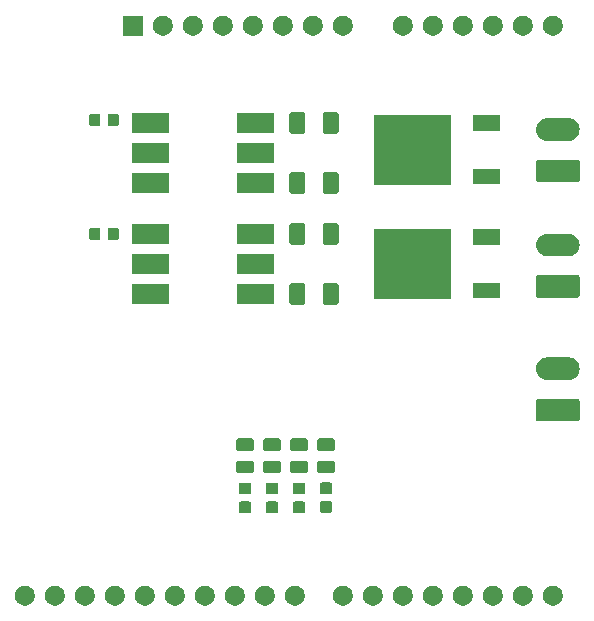
<source format=gbr>
G04 #@! TF.GenerationSoftware,KiCad,Pcbnew,5.1.5+dfsg1-2build2*
G04 #@! TF.CreationDate,2020-08-23T11:23:10+01:00*
G04 #@! TF.ProjectId,psoc6_beacon_gateway,70736f63-365f-4626-9561-636f6e5f6761,rev?*
G04 #@! TF.SameCoordinates,Original*
G04 #@! TF.FileFunction,Soldermask,Top*
G04 #@! TF.FilePolarity,Negative*
%FSLAX46Y46*%
G04 Gerber Fmt 4.6, Leading zero omitted, Abs format (unit mm)*
G04 Created by KiCad (PCBNEW 5.1.5+dfsg1-2build2) date 2020-08-23 11:23:10*
%MOMM*%
%LPD*%
G04 APERTURE LIST*
%ADD10C,0.100000*%
G04 APERTURE END LIST*
D10*
G36*
X-73358418Y-40712082D02*
G01*
X-73259771Y-40731704D01*
X-73104899Y-40795854D01*
X-72965518Y-40888986D01*
X-72846984Y-41007520D01*
X-72753852Y-41146901D01*
X-72689702Y-41301773D01*
X-72656999Y-41466185D01*
X-72656999Y-41633817D01*
X-72689702Y-41798229D01*
X-72753852Y-41953101D01*
X-72846984Y-42092482D01*
X-72965518Y-42211016D01*
X-73104899Y-42304148D01*
X-73259771Y-42368298D01*
X-73358418Y-42387920D01*
X-73424181Y-42401001D01*
X-73591817Y-42401001D01*
X-73657580Y-42387920D01*
X-73756227Y-42368298D01*
X-73911099Y-42304148D01*
X-74050480Y-42211016D01*
X-74169014Y-42092482D01*
X-74262146Y-41953101D01*
X-74326296Y-41798229D01*
X-74358999Y-41633817D01*
X-74358999Y-41466185D01*
X-74326296Y-41301773D01*
X-74262146Y-41146901D01*
X-74169014Y-41007520D01*
X-74050480Y-40888986D01*
X-73911099Y-40795854D01*
X-73756227Y-40731704D01*
X-73657580Y-40712082D01*
X-73591817Y-40699001D01*
X-73424181Y-40699001D01*
X-73358418Y-40712082D01*
G37*
G36*
X-53038418Y-40712082D02*
G01*
X-52939771Y-40731704D01*
X-52784899Y-40795854D01*
X-52645518Y-40888986D01*
X-52526984Y-41007520D01*
X-52433852Y-41146901D01*
X-52369702Y-41301773D01*
X-52336999Y-41466185D01*
X-52336999Y-41633817D01*
X-52369702Y-41798229D01*
X-52433852Y-41953101D01*
X-52526984Y-42092482D01*
X-52645518Y-42211016D01*
X-52784899Y-42304148D01*
X-52939771Y-42368298D01*
X-53038418Y-42387920D01*
X-53104181Y-42401001D01*
X-53271817Y-42401001D01*
X-53337580Y-42387920D01*
X-53436227Y-42368298D01*
X-53591099Y-42304148D01*
X-53730480Y-42211016D01*
X-53849014Y-42092482D01*
X-53942146Y-41953101D01*
X-54006296Y-41798229D01*
X-54038999Y-41633817D01*
X-54038999Y-41466185D01*
X-54006296Y-41301773D01*
X-53942146Y-41146901D01*
X-53849014Y-41007520D01*
X-53730480Y-40888986D01*
X-53591099Y-40795854D01*
X-53436227Y-40731704D01*
X-53337580Y-40712082D01*
X-53271817Y-40699001D01*
X-53104181Y-40699001D01*
X-53038418Y-40712082D01*
G37*
G36*
X-28658418Y-40712082D02*
G01*
X-28559771Y-40731704D01*
X-28404899Y-40795854D01*
X-28265518Y-40888986D01*
X-28146984Y-41007520D01*
X-28053852Y-41146901D01*
X-27989702Y-41301773D01*
X-27956999Y-41466185D01*
X-27956999Y-41633817D01*
X-27989702Y-41798229D01*
X-28053852Y-41953101D01*
X-28146984Y-42092482D01*
X-28265518Y-42211016D01*
X-28404899Y-42304148D01*
X-28559771Y-42368298D01*
X-28658418Y-42387920D01*
X-28724181Y-42401001D01*
X-28891817Y-42401001D01*
X-28957580Y-42387920D01*
X-29056227Y-42368298D01*
X-29211099Y-42304148D01*
X-29350480Y-42211016D01*
X-29469014Y-42092482D01*
X-29562146Y-41953101D01*
X-29626296Y-41798229D01*
X-29658999Y-41633817D01*
X-29658999Y-41466185D01*
X-29626296Y-41301773D01*
X-29562146Y-41146901D01*
X-29469014Y-41007520D01*
X-29350480Y-40888986D01*
X-29211099Y-40795854D01*
X-29056227Y-40731704D01*
X-28957580Y-40712082D01*
X-28891817Y-40699001D01*
X-28724181Y-40699001D01*
X-28658418Y-40712082D01*
G37*
G36*
X-68278418Y-40712082D02*
G01*
X-68179771Y-40731704D01*
X-68024899Y-40795854D01*
X-67885518Y-40888986D01*
X-67766984Y-41007520D01*
X-67673852Y-41146901D01*
X-67609702Y-41301773D01*
X-67576999Y-41466185D01*
X-67576999Y-41633817D01*
X-67609702Y-41798229D01*
X-67673852Y-41953101D01*
X-67766984Y-42092482D01*
X-67885518Y-42211016D01*
X-68024899Y-42304148D01*
X-68179771Y-42368298D01*
X-68278418Y-42387920D01*
X-68344181Y-42401001D01*
X-68511817Y-42401001D01*
X-68577580Y-42387920D01*
X-68676227Y-42368298D01*
X-68831099Y-42304148D01*
X-68970480Y-42211016D01*
X-69089014Y-42092482D01*
X-69182146Y-41953101D01*
X-69246296Y-41798229D01*
X-69278999Y-41633817D01*
X-69278999Y-41466185D01*
X-69246296Y-41301773D01*
X-69182146Y-41146901D01*
X-69089014Y-41007520D01*
X-68970480Y-40888986D01*
X-68831099Y-40795854D01*
X-68676227Y-40731704D01*
X-68577580Y-40712082D01*
X-68511817Y-40699001D01*
X-68344181Y-40699001D01*
X-68278418Y-40712082D01*
G37*
G36*
X-65738418Y-40712082D02*
G01*
X-65639771Y-40731704D01*
X-65484899Y-40795854D01*
X-65345518Y-40888986D01*
X-65226984Y-41007520D01*
X-65133852Y-41146901D01*
X-65069702Y-41301773D01*
X-65036999Y-41466185D01*
X-65036999Y-41633817D01*
X-65069702Y-41798229D01*
X-65133852Y-41953101D01*
X-65226984Y-42092482D01*
X-65345518Y-42211016D01*
X-65484899Y-42304148D01*
X-65639771Y-42368298D01*
X-65738418Y-42387920D01*
X-65804181Y-42401001D01*
X-65971817Y-42401001D01*
X-66037580Y-42387920D01*
X-66136227Y-42368298D01*
X-66291099Y-42304148D01*
X-66430480Y-42211016D01*
X-66549014Y-42092482D01*
X-66642146Y-41953101D01*
X-66706296Y-41798229D01*
X-66738999Y-41633817D01*
X-66738999Y-41466185D01*
X-66706296Y-41301773D01*
X-66642146Y-41146901D01*
X-66549014Y-41007520D01*
X-66430480Y-40888986D01*
X-66291099Y-40795854D01*
X-66136227Y-40731704D01*
X-66037580Y-40712082D01*
X-65971817Y-40699001D01*
X-65804181Y-40699001D01*
X-65738418Y-40712082D01*
G37*
G36*
X-63198418Y-40712082D02*
G01*
X-63099771Y-40731704D01*
X-62944899Y-40795854D01*
X-62805518Y-40888986D01*
X-62686984Y-41007520D01*
X-62593852Y-41146901D01*
X-62529702Y-41301773D01*
X-62496999Y-41466185D01*
X-62496999Y-41633817D01*
X-62529702Y-41798229D01*
X-62593852Y-41953101D01*
X-62686984Y-42092482D01*
X-62805518Y-42211016D01*
X-62944899Y-42304148D01*
X-63099771Y-42368298D01*
X-63198418Y-42387920D01*
X-63264181Y-42401001D01*
X-63431817Y-42401001D01*
X-63497580Y-42387920D01*
X-63596227Y-42368298D01*
X-63751099Y-42304148D01*
X-63890480Y-42211016D01*
X-64009014Y-42092482D01*
X-64102146Y-41953101D01*
X-64166296Y-41798229D01*
X-64198999Y-41633817D01*
X-64198999Y-41466185D01*
X-64166296Y-41301773D01*
X-64102146Y-41146901D01*
X-64009014Y-41007520D01*
X-63890480Y-40888986D01*
X-63751099Y-40795854D01*
X-63596227Y-40731704D01*
X-63497580Y-40712082D01*
X-63431817Y-40699001D01*
X-63264181Y-40699001D01*
X-63198418Y-40712082D01*
G37*
G36*
X-60658418Y-40712082D02*
G01*
X-60559771Y-40731704D01*
X-60404899Y-40795854D01*
X-60265518Y-40888986D01*
X-60146984Y-41007520D01*
X-60053852Y-41146901D01*
X-59989702Y-41301773D01*
X-59956999Y-41466185D01*
X-59956999Y-41633817D01*
X-59989702Y-41798229D01*
X-60053852Y-41953101D01*
X-60146984Y-42092482D01*
X-60265518Y-42211016D01*
X-60404899Y-42304148D01*
X-60559771Y-42368298D01*
X-60658418Y-42387920D01*
X-60724181Y-42401001D01*
X-60891817Y-42401001D01*
X-60957580Y-42387920D01*
X-61056227Y-42368298D01*
X-61211099Y-42304148D01*
X-61350480Y-42211016D01*
X-61469014Y-42092482D01*
X-61562146Y-41953101D01*
X-61626296Y-41798229D01*
X-61658999Y-41633817D01*
X-61658999Y-41466185D01*
X-61626296Y-41301773D01*
X-61562146Y-41146901D01*
X-61469014Y-41007520D01*
X-61350480Y-40888986D01*
X-61211099Y-40795854D01*
X-61056227Y-40731704D01*
X-60957580Y-40712082D01*
X-60891817Y-40699001D01*
X-60724181Y-40699001D01*
X-60658418Y-40712082D01*
G37*
G36*
X-58118418Y-40712082D02*
G01*
X-58019771Y-40731704D01*
X-57864899Y-40795854D01*
X-57725518Y-40888986D01*
X-57606984Y-41007520D01*
X-57513852Y-41146901D01*
X-57449702Y-41301773D01*
X-57416999Y-41466185D01*
X-57416999Y-41633817D01*
X-57449702Y-41798229D01*
X-57513852Y-41953101D01*
X-57606984Y-42092482D01*
X-57725518Y-42211016D01*
X-57864899Y-42304148D01*
X-58019771Y-42368298D01*
X-58118418Y-42387920D01*
X-58184181Y-42401001D01*
X-58351817Y-42401001D01*
X-58417580Y-42387920D01*
X-58516227Y-42368298D01*
X-58671099Y-42304148D01*
X-58810480Y-42211016D01*
X-58929014Y-42092482D01*
X-59022146Y-41953101D01*
X-59086296Y-41798229D01*
X-59118999Y-41633817D01*
X-59118999Y-41466185D01*
X-59086296Y-41301773D01*
X-59022146Y-41146901D01*
X-58929014Y-41007520D01*
X-58810480Y-40888986D01*
X-58671099Y-40795854D01*
X-58516227Y-40731704D01*
X-58417580Y-40712082D01*
X-58351817Y-40699001D01*
X-58184181Y-40699001D01*
X-58118418Y-40712082D01*
G37*
G36*
X-55578418Y-40712082D02*
G01*
X-55479771Y-40731704D01*
X-55324899Y-40795854D01*
X-55185518Y-40888986D01*
X-55066984Y-41007520D01*
X-54973852Y-41146901D01*
X-54909702Y-41301773D01*
X-54876999Y-41466185D01*
X-54876999Y-41633817D01*
X-54909702Y-41798229D01*
X-54973852Y-41953101D01*
X-55066984Y-42092482D01*
X-55185518Y-42211016D01*
X-55324899Y-42304148D01*
X-55479771Y-42368298D01*
X-55578418Y-42387920D01*
X-55644181Y-42401001D01*
X-55811817Y-42401001D01*
X-55877580Y-42387920D01*
X-55976227Y-42368298D01*
X-56131099Y-42304148D01*
X-56270480Y-42211016D01*
X-56389014Y-42092482D01*
X-56482146Y-41953101D01*
X-56546296Y-41798229D01*
X-56578999Y-41633817D01*
X-56578999Y-41466185D01*
X-56546296Y-41301773D01*
X-56482146Y-41146901D01*
X-56389014Y-41007520D01*
X-56270480Y-40888986D01*
X-56131099Y-40795854D01*
X-55976227Y-40731704D01*
X-55877580Y-40712082D01*
X-55811817Y-40699001D01*
X-55644181Y-40699001D01*
X-55578418Y-40712082D01*
G37*
G36*
X-31198418Y-40712082D02*
G01*
X-31099771Y-40731704D01*
X-30944899Y-40795854D01*
X-30805518Y-40888986D01*
X-30686984Y-41007520D01*
X-30593852Y-41146901D01*
X-30529702Y-41301773D01*
X-30496999Y-41466185D01*
X-30496999Y-41633817D01*
X-30529702Y-41798229D01*
X-30593852Y-41953101D01*
X-30686984Y-42092482D01*
X-30805518Y-42211016D01*
X-30944899Y-42304148D01*
X-31099771Y-42368298D01*
X-31198418Y-42387920D01*
X-31264181Y-42401001D01*
X-31431817Y-42401001D01*
X-31497580Y-42387920D01*
X-31596227Y-42368298D01*
X-31751099Y-42304148D01*
X-31890480Y-42211016D01*
X-32009014Y-42092482D01*
X-32102146Y-41953101D01*
X-32166296Y-41798229D01*
X-32198999Y-41633817D01*
X-32198999Y-41466185D01*
X-32166296Y-41301773D01*
X-32102146Y-41146901D01*
X-32009014Y-41007520D01*
X-31890480Y-40888986D01*
X-31751099Y-40795854D01*
X-31596227Y-40731704D01*
X-31497580Y-40712082D01*
X-31431817Y-40699001D01*
X-31264181Y-40699001D01*
X-31198418Y-40712082D01*
G37*
G36*
X-46438418Y-40712082D02*
G01*
X-46339771Y-40731704D01*
X-46184899Y-40795854D01*
X-46045518Y-40888986D01*
X-45926984Y-41007520D01*
X-45833852Y-41146901D01*
X-45769702Y-41301773D01*
X-45736999Y-41466185D01*
X-45736999Y-41633817D01*
X-45769702Y-41798229D01*
X-45833852Y-41953101D01*
X-45926984Y-42092482D01*
X-46045518Y-42211016D01*
X-46184899Y-42304148D01*
X-46339771Y-42368298D01*
X-46438418Y-42387920D01*
X-46504181Y-42401001D01*
X-46671817Y-42401001D01*
X-46737580Y-42387920D01*
X-46836227Y-42368298D01*
X-46991099Y-42304148D01*
X-47130480Y-42211016D01*
X-47249014Y-42092482D01*
X-47342146Y-41953101D01*
X-47406296Y-41798229D01*
X-47438999Y-41633817D01*
X-47438999Y-41466185D01*
X-47406296Y-41301773D01*
X-47342146Y-41146901D01*
X-47249014Y-41007520D01*
X-47130480Y-40888986D01*
X-46991099Y-40795854D01*
X-46836227Y-40731704D01*
X-46737580Y-40712082D01*
X-46671817Y-40699001D01*
X-46504181Y-40699001D01*
X-46438418Y-40712082D01*
G37*
G36*
X-43898418Y-40712082D02*
G01*
X-43799771Y-40731704D01*
X-43644899Y-40795854D01*
X-43505518Y-40888986D01*
X-43386984Y-41007520D01*
X-43293852Y-41146901D01*
X-43229702Y-41301773D01*
X-43196999Y-41466185D01*
X-43196999Y-41633817D01*
X-43229702Y-41798229D01*
X-43293852Y-41953101D01*
X-43386984Y-42092482D01*
X-43505518Y-42211016D01*
X-43644899Y-42304148D01*
X-43799771Y-42368298D01*
X-43898418Y-42387920D01*
X-43964181Y-42401001D01*
X-44131817Y-42401001D01*
X-44197580Y-42387920D01*
X-44296227Y-42368298D01*
X-44451099Y-42304148D01*
X-44590480Y-42211016D01*
X-44709014Y-42092482D01*
X-44802146Y-41953101D01*
X-44866296Y-41798229D01*
X-44898999Y-41633817D01*
X-44898999Y-41466185D01*
X-44866296Y-41301773D01*
X-44802146Y-41146901D01*
X-44709014Y-41007520D01*
X-44590480Y-40888986D01*
X-44451099Y-40795854D01*
X-44296227Y-40731704D01*
X-44197580Y-40712082D01*
X-44131817Y-40699001D01*
X-43964181Y-40699001D01*
X-43898418Y-40712082D01*
G37*
G36*
X-41358418Y-40712082D02*
G01*
X-41259771Y-40731704D01*
X-41104899Y-40795854D01*
X-40965518Y-40888986D01*
X-40846984Y-41007520D01*
X-40753852Y-41146901D01*
X-40689702Y-41301773D01*
X-40656999Y-41466185D01*
X-40656999Y-41633817D01*
X-40689702Y-41798229D01*
X-40753852Y-41953101D01*
X-40846984Y-42092482D01*
X-40965518Y-42211016D01*
X-41104899Y-42304148D01*
X-41259771Y-42368298D01*
X-41358418Y-42387920D01*
X-41424181Y-42401001D01*
X-41591817Y-42401001D01*
X-41657580Y-42387920D01*
X-41756227Y-42368298D01*
X-41911099Y-42304148D01*
X-42050480Y-42211016D01*
X-42169014Y-42092482D01*
X-42262146Y-41953101D01*
X-42326296Y-41798229D01*
X-42358999Y-41633817D01*
X-42358999Y-41466185D01*
X-42326296Y-41301773D01*
X-42262146Y-41146901D01*
X-42169014Y-41007520D01*
X-42050480Y-40888986D01*
X-41911099Y-40795854D01*
X-41756227Y-40731704D01*
X-41657580Y-40712082D01*
X-41591817Y-40699001D01*
X-41424181Y-40699001D01*
X-41358418Y-40712082D01*
G37*
G36*
X-38818418Y-40712082D02*
G01*
X-38719771Y-40731704D01*
X-38564899Y-40795854D01*
X-38425518Y-40888986D01*
X-38306984Y-41007520D01*
X-38213852Y-41146901D01*
X-38149702Y-41301773D01*
X-38116999Y-41466185D01*
X-38116999Y-41633817D01*
X-38149702Y-41798229D01*
X-38213852Y-41953101D01*
X-38306984Y-42092482D01*
X-38425518Y-42211016D01*
X-38564899Y-42304148D01*
X-38719771Y-42368298D01*
X-38818418Y-42387920D01*
X-38884181Y-42401001D01*
X-39051817Y-42401001D01*
X-39117580Y-42387920D01*
X-39216227Y-42368298D01*
X-39371099Y-42304148D01*
X-39510480Y-42211016D01*
X-39629014Y-42092482D01*
X-39722146Y-41953101D01*
X-39786296Y-41798229D01*
X-39818999Y-41633817D01*
X-39818999Y-41466185D01*
X-39786296Y-41301773D01*
X-39722146Y-41146901D01*
X-39629014Y-41007520D01*
X-39510480Y-40888986D01*
X-39371099Y-40795854D01*
X-39216227Y-40731704D01*
X-39117580Y-40712082D01*
X-39051817Y-40699001D01*
X-38884181Y-40699001D01*
X-38818418Y-40712082D01*
G37*
G36*
X-36278418Y-40712082D02*
G01*
X-36179771Y-40731704D01*
X-36024899Y-40795854D01*
X-35885518Y-40888986D01*
X-35766984Y-41007520D01*
X-35673852Y-41146901D01*
X-35609702Y-41301773D01*
X-35576999Y-41466185D01*
X-35576999Y-41633817D01*
X-35609702Y-41798229D01*
X-35673852Y-41953101D01*
X-35766984Y-42092482D01*
X-35885518Y-42211016D01*
X-36024899Y-42304148D01*
X-36179771Y-42368298D01*
X-36278418Y-42387920D01*
X-36344181Y-42401001D01*
X-36511817Y-42401001D01*
X-36577580Y-42387920D01*
X-36676227Y-42368298D01*
X-36831099Y-42304148D01*
X-36970480Y-42211016D01*
X-37089014Y-42092482D01*
X-37182146Y-41953101D01*
X-37246296Y-41798229D01*
X-37278999Y-41633817D01*
X-37278999Y-41466185D01*
X-37246296Y-41301773D01*
X-37182146Y-41146901D01*
X-37089014Y-41007520D01*
X-36970480Y-40888986D01*
X-36831099Y-40795854D01*
X-36676227Y-40731704D01*
X-36577580Y-40712082D01*
X-36511817Y-40699001D01*
X-36344181Y-40699001D01*
X-36278418Y-40712082D01*
G37*
G36*
X-33738418Y-40712082D02*
G01*
X-33639771Y-40731704D01*
X-33484899Y-40795854D01*
X-33345518Y-40888986D01*
X-33226984Y-41007520D01*
X-33133852Y-41146901D01*
X-33069702Y-41301773D01*
X-33036999Y-41466185D01*
X-33036999Y-41633817D01*
X-33069702Y-41798229D01*
X-33133852Y-41953101D01*
X-33226984Y-42092482D01*
X-33345518Y-42211016D01*
X-33484899Y-42304148D01*
X-33639771Y-42368298D01*
X-33738418Y-42387920D01*
X-33804181Y-42401001D01*
X-33971817Y-42401001D01*
X-34037580Y-42387920D01*
X-34136227Y-42368298D01*
X-34291099Y-42304148D01*
X-34430480Y-42211016D01*
X-34549014Y-42092482D01*
X-34642146Y-41953101D01*
X-34706296Y-41798229D01*
X-34738999Y-41633817D01*
X-34738999Y-41466185D01*
X-34706296Y-41301773D01*
X-34642146Y-41146901D01*
X-34549014Y-41007520D01*
X-34430480Y-40888986D01*
X-34291099Y-40795854D01*
X-34136227Y-40731704D01*
X-34037580Y-40712082D01*
X-33971817Y-40699001D01*
X-33804181Y-40699001D01*
X-33738418Y-40712082D01*
G37*
G36*
X-70818418Y-40712082D02*
G01*
X-70719771Y-40731704D01*
X-70564899Y-40795854D01*
X-70425518Y-40888986D01*
X-70306984Y-41007520D01*
X-70213852Y-41146901D01*
X-70149702Y-41301773D01*
X-70116999Y-41466185D01*
X-70116999Y-41633817D01*
X-70149702Y-41798229D01*
X-70213852Y-41953101D01*
X-70306984Y-42092482D01*
X-70425518Y-42211016D01*
X-70564899Y-42304148D01*
X-70719771Y-42368298D01*
X-70818418Y-42387920D01*
X-70884181Y-42401001D01*
X-71051817Y-42401001D01*
X-71117580Y-42387920D01*
X-71216227Y-42368298D01*
X-71371099Y-42304148D01*
X-71510480Y-42211016D01*
X-71629014Y-42092482D01*
X-71722146Y-41953101D01*
X-71786296Y-41798229D01*
X-71818999Y-41633817D01*
X-71818999Y-41466185D01*
X-71786296Y-41301773D01*
X-71722146Y-41146901D01*
X-71629014Y-41007520D01*
X-71510480Y-40888986D01*
X-71371099Y-40795854D01*
X-71216227Y-40731704D01*
X-71117580Y-40712082D01*
X-71051817Y-40699001D01*
X-70884181Y-40699001D01*
X-70818418Y-40712082D01*
G37*
G36*
X-50498418Y-40712082D02*
G01*
X-50399771Y-40731704D01*
X-50244899Y-40795854D01*
X-50105518Y-40888986D01*
X-49986984Y-41007520D01*
X-49893852Y-41146901D01*
X-49829702Y-41301773D01*
X-49796999Y-41466185D01*
X-49796999Y-41633817D01*
X-49829702Y-41798229D01*
X-49893852Y-41953101D01*
X-49986984Y-42092482D01*
X-50105518Y-42211016D01*
X-50244899Y-42304148D01*
X-50399771Y-42368298D01*
X-50498418Y-42387920D01*
X-50564181Y-42401001D01*
X-50731817Y-42401001D01*
X-50797580Y-42387920D01*
X-50896227Y-42368298D01*
X-51051099Y-42304148D01*
X-51190480Y-42211016D01*
X-51309014Y-42092482D01*
X-51402146Y-41953101D01*
X-51466296Y-41798229D01*
X-51498999Y-41633817D01*
X-51498999Y-41466185D01*
X-51466296Y-41301773D01*
X-51402146Y-41146901D01*
X-51309014Y-41007520D01*
X-51190480Y-40888986D01*
X-51051099Y-40795854D01*
X-50896227Y-40731704D01*
X-50797580Y-40712082D01*
X-50731817Y-40699001D01*
X-50564181Y-40699001D01*
X-50498418Y-40712082D01*
G37*
G36*
X-49922448Y-33577207D02*
G01*
X-49886102Y-33588232D01*
X-49852599Y-33606140D01*
X-49823237Y-33630237D01*
X-49799140Y-33659599D01*
X-49781232Y-33693102D01*
X-49770207Y-33729448D01*
X-49766000Y-33772158D01*
X-49766000Y-34350842D01*
X-49770207Y-34393552D01*
X-49781232Y-34429898D01*
X-49799140Y-34463401D01*
X-49823237Y-34492763D01*
X-49852599Y-34516860D01*
X-49886102Y-34534768D01*
X-49922448Y-34545793D01*
X-49965158Y-34550000D01*
X-50618842Y-34550000D01*
X-50661552Y-34545793D01*
X-50697898Y-34534768D01*
X-50731401Y-34516860D01*
X-50760763Y-34492763D01*
X-50784860Y-34463401D01*
X-50802768Y-34429898D01*
X-50813793Y-34393552D01*
X-50818000Y-34350842D01*
X-50818000Y-33772158D01*
X-50813793Y-33729448D01*
X-50802768Y-33693102D01*
X-50784860Y-33659599D01*
X-50760763Y-33630237D01*
X-50731401Y-33606140D01*
X-50697898Y-33588232D01*
X-50661552Y-33577207D01*
X-50618842Y-33573000D01*
X-49965158Y-33573000D01*
X-49922448Y-33577207D01*
G37*
G36*
X-52208448Y-33577207D02*
G01*
X-52172102Y-33588232D01*
X-52138599Y-33606140D01*
X-52109237Y-33630237D01*
X-52085140Y-33659599D01*
X-52067232Y-33693102D01*
X-52056207Y-33729448D01*
X-52052000Y-33772158D01*
X-52052000Y-34350842D01*
X-52056207Y-34393552D01*
X-52067232Y-34429898D01*
X-52085140Y-34463401D01*
X-52109237Y-34492763D01*
X-52138599Y-34516860D01*
X-52172102Y-34534768D01*
X-52208448Y-34545793D01*
X-52251158Y-34550000D01*
X-52904842Y-34550000D01*
X-52947552Y-34545793D01*
X-52983898Y-34534768D01*
X-53017401Y-34516860D01*
X-53046763Y-34492763D01*
X-53070860Y-34463401D01*
X-53088768Y-34429898D01*
X-53099793Y-34393552D01*
X-53104000Y-34350842D01*
X-53104000Y-33772158D01*
X-53099793Y-33729448D01*
X-53088768Y-33693102D01*
X-53070860Y-33659599D01*
X-53046763Y-33630237D01*
X-53017401Y-33606140D01*
X-52983898Y-33588232D01*
X-52947552Y-33577207D01*
X-52904842Y-33573000D01*
X-52251158Y-33573000D01*
X-52208448Y-33577207D01*
G37*
G36*
X-54494448Y-33577207D02*
G01*
X-54458102Y-33588232D01*
X-54424599Y-33606140D01*
X-54395237Y-33630237D01*
X-54371140Y-33659599D01*
X-54353232Y-33693102D01*
X-54342207Y-33729448D01*
X-54338000Y-33772158D01*
X-54338000Y-34350842D01*
X-54342207Y-34393552D01*
X-54353232Y-34429898D01*
X-54371140Y-34463401D01*
X-54395237Y-34492763D01*
X-54424599Y-34516860D01*
X-54458102Y-34534768D01*
X-54494448Y-34545793D01*
X-54537158Y-34550000D01*
X-55190842Y-34550000D01*
X-55233552Y-34545793D01*
X-55269898Y-34534768D01*
X-55303401Y-34516860D01*
X-55332763Y-34492763D01*
X-55356860Y-34463401D01*
X-55374768Y-34429898D01*
X-55385793Y-34393552D01*
X-55390000Y-34350842D01*
X-55390000Y-33772158D01*
X-55385793Y-33729448D01*
X-55374768Y-33693102D01*
X-55356860Y-33659599D01*
X-55332763Y-33630237D01*
X-55303401Y-33606140D01*
X-55269898Y-33588232D01*
X-55233552Y-33577207D01*
X-55190842Y-33573000D01*
X-54537158Y-33573000D01*
X-54494448Y-33577207D01*
G37*
G36*
X-47636448Y-33551707D02*
G01*
X-47600102Y-33562732D01*
X-47566599Y-33580640D01*
X-47537237Y-33604737D01*
X-47513140Y-33634099D01*
X-47495232Y-33667602D01*
X-47484207Y-33703948D01*
X-47480000Y-33746658D01*
X-47480000Y-34325342D01*
X-47484207Y-34368052D01*
X-47495232Y-34404398D01*
X-47513140Y-34437901D01*
X-47537237Y-34467263D01*
X-47566599Y-34491360D01*
X-47600102Y-34509268D01*
X-47636448Y-34520293D01*
X-47679158Y-34524500D01*
X-48332842Y-34524500D01*
X-48375552Y-34520293D01*
X-48411898Y-34509268D01*
X-48445401Y-34491360D01*
X-48474763Y-34467263D01*
X-48498860Y-34437901D01*
X-48516768Y-34404398D01*
X-48527793Y-34368052D01*
X-48532000Y-34325342D01*
X-48532000Y-33746658D01*
X-48527793Y-33703948D01*
X-48516768Y-33667602D01*
X-48498860Y-33634099D01*
X-48474763Y-33604737D01*
X-48445401Y-33580640D01*
X-48411898Y-33562732D01*
X-48375552Y-33551707D01*
X-48332842Y-33547500D01*
X-47679158Y-33547500D01*
X-47636448Y-33551707D01*
G37*
G36*
X-54494448Y-32002207D02*
G01*
X-54458102Y-32013232D01*
X-54424599Y-32031140D01*
X-54395237Y-32055237D01*
X-54371140Y-32084599D01*
X-54353232Y-32118102D01*
X-54342207Y-32154448D01*
X-54338000Y-32197158D01*
X-54338000Y-32775842D01*
X-54342207Y-32818552D01*
X-54353232Y-32854898D01*
X-54371140Y-32888401D01*
X-54395237Y-32917763D01*
X-54424599Y-32941860D01*
X-54458102Y-32959768D01*
X-54494448Y-32970793D01*
X-54537158Y-32975000D01*
X-55190842Y-32975000D01*
X-55233552Y-32970793D01*
X-55269898Y-32959768D01*
X-55303401Y-32941860D01*
X-55332763Y-32917763D01*
X-55356860Y-32888401D01*
X-55374768Y-32854898D01*
X-55385793Y-32818552D01*
X-55390000Y-32775842D01*
X-55390000Y-32197158D01*
X-55385793Y-32154448D01*
X-55374768Y-32118102D01*
X-55356860Y-32084599D01*
X-55332763Y-32055237D01*
X-55303401Y-32031140D01*
X-55269898Y-32013232D01*
X-55233552Y-32002207D01*
X-55190842Y-31998000D01*
X-54537158Y-31998000D01*
X-54494448Y-32002207D01*
G37*
G36*
X-49922448Y-32002207D02*
G01*
X-49886102Y-32013232D01*
X-49852599Y-32031140D01*
X-49823237Y-32055237D01*
X-49799140Y-32084599D01*
X-49781232Y-32118102D01*
X-49770207Y-32154448D01*
X-49766000Y-32197158D01*
X-49766000Y-32775842D01*
X-49770207Y-32818552D01*
X-49781232Y-32854898D01*
X-49799140Y-32888401D01*
X-49823237Y-32917763D01*
X-49852599Y-32941860D01*
X-49886102Y-32959768D01*
X-49922448Y-32970793D01*
X-49965158Y-32975000D01*
X-50618842Y-32975000D01*
X-50661552Y-32970793D01*
X-50697898Y-32959768D01*
X-50731401Y-32941860D01*
X-50760763Y-32917763D01*
X-50784860Y-32888401D01*
X-50802768Y-32854898D01*
X-50813793Y-32818552D01*
X-50818000Y-32775842D01*
X-50818000Y-32197158D01*
X-50813793Y-32154448D01*
X-50802768Y-32118102D01*
X-50784860Y-32084599D01*
X-50760763Y-32055237D01*
X-50731401Y-32031140D01*
X-50697898Y-32013232D01*
X-50661552Y-32002207D01*
X-50618842Y-31998000D01*
X-49965158Y-31998000D01*
X-49922448Y-32002207D01*
G37*
G36*
X-52208448Y-32002207D02*
G01*
X-52172102Y-32013232D01*
X-52138599Y-32031140D01*
X-52109237Y-32055237D01*
X-52085140Y-32084599D01*
X-52067232Y-32118102D01*
X-52056207Y-32154448D01*
X-52052000Y-32197158D01*
X-52052000Y-32775842D01*
X-52056207Y-32818552D01*
X-52067232Y-32854898D01*
X-52085140Y-32888401D01*
X-52109237Y-32917763D01*
X-52138599Y-32941860D01*
X-52172102Y-32959768D01*
X-52208448Y-32970793D01*
X-52251158Y-32975000D01*
X-52904842Y-32975000D01*
X-52947552Y-32970793D01*
X-52983898Y-32959768D01*
X-53017401Y-32941860D01*
X-53046763Y-32917763D01*
X-53070860Y-32888401D01*
X-53088768Y-32854898D01*
X-53099793Y-32818552D01*
X-53104000Y-32775842D01*
X-53104000Y-32197158D01*
X-53099793Y-32154448D01*
X-53088768Y-32118102D01*
X-53070860Y-32084599D01*
X-53046763Y-32055237D01*
X-53017401Y-32031140D01*
X-52983898Y-32013232D01*
X-52947552Y-32002207D01*
X-52904842Y-31998000D01*
X-52251158Y-31998000D01*
X-52208448Y-32002207D01*
G37*
G36*
X-47636448Y-31976707D02*
G01*
X-47600102Y-31987732D01*
X-47566599Y-32005640D01*
X-47537237Y-32029737D01*
X-47513140Y-32059099D01*
X-47495232Y-32092602D01*
X-47484207Y-32128948D01*
X-47480000Y-32171658D01*
X-47480000Y-32750342D01*
X-47484207Y-32793052D01*
X-47495232Y-32829398D01*
X-47513140Y-32862901D01*
X-47537237Y-32892263D01*
X-47566599Y-32916360D01*
X-47600102Y-32934268D01*
X-47636448Y-32945293D01*
X-47679158Y-32949500D01*
X-48332842Y-32949500D01*
X-48375552Y-32945293D01*
X-48411898Y-32934268D01*
X-48445401Y-32916360D01*
X-48474763Y-32892263D01*
X-48498860Y-32862901D01*
X-48516768Y-32829398D01*
X-48527793Y-32793052D01*
X-48532000Y-32750342D01*
X-48532000Y-32171658D01*
X-48527793Y-32128948D01*
X-48516768Y-32092602D01*
X-48498860Y-32059099D01*
X-48474763Y-32029737D01*
X-48445401Y-32005640D01*
X-48411898Y-31987732D01*
X-48375552Y-31976707D01*
X-48332842Y-31972500D01*
X-47679158Y-31972500D01*
X-47636448Y-31976707D01*
G37*
G36*
X-47431568Y-30121688D02*
G01*
X-47390531Y-30134136D01*
X-47352712Y-30154351D01*
X-47319559Y-30181559D01*
X-47292351Y-30214712D01*
X-47272136Y-30252531D01*
X-47259688Y-30293568D01*
X-47255000Y-30341167D01*
X-47255000Y-30969833D01*
X-47259688Y-31017432D01*
X-47272136Y-31058469D01*
X-47292351Y-31096288D01*
X-47319559Y-31129441D01*
X-47352712Y-31156649D01*
X-47390531Y-31176864D01*
X-47431568Y-31189312D01*
X-47479167Y-31194000D01*
X-48532833Y-31194000D01*
X-48580432Y-31189312D01*
X-48621469Y-31176864D01*
X-48659288Y-31156649D01*
X-48692441Y-31129441D01*
X-48719649Y-31096288D01*
X-48739864Y-31058469D01*
X-48752312Y-31017432D01*
X-48757000Y-30969833D01*
X-48757000Y-30341167D01*
X-48752312Y-30293568D01*
X-48739864Y-30252531D01*
X-48719649Y-30214712D01*
X-48692441Y-30181559D01*
X-48659288Y-30154351D01*
X-48621469Y-30134136D01*
X-48580432Y-30121688D01*
X-48532833Y-30117000D01*
X-47479167Y-30117000D01*
X-47431568Y-30121688D01*
G37*
G36*
X-54289568Y-30121688D02*
G01*
X-54248531Y-30134136D01*
X-54210712Y-30154351D01*
X-54177559Y-30181559D01*
X-54150351Y-30214712D01*
X-54130136Y-30252531D01*
X-54117688Y-30293568D01*
X-54113000Y-30341167D01*
X-54113000Y-30969833D01*
X-54117688Y-31017432D01*
X-54130136Y-31058469D01*
X-54150351Y-31096288D01*
X-54177559Y-31129441D01*
X-54210712Y-31156649D01*
X-54248531Y-31176864D01*
X-54289568Y-31189312D01*
X-54337167Y-31194000D01*
X-55390833Y-31194000D01*
X-55438432Y-31189312D01*
X-55479469Y-31176864D01*
X-55517288Y-31156649D01*
X-55550441Y-31129441D01*
X-55577649Y-31096288D01*
X-55597864Y-31058469D01*
X-55610312Y-31017432D01*
X-55615000Y-30969833D01*
X-55615000Y-30341167D01*
X-55610312Y-30293568D01*
X-55597864Y-30252531D01*
X-55577649Y-30214712D01*
X-55550441Y-30181559D01*
X-55517288Y-30154351D01*
X-55479469Y-30134136D01*
X-55438432Y-30121688D01*
X-55390833Y-30117000D01*
X-54337167Y-30117000D01*
X-54289568Y-30121688D01*
G37*
G36*
X-52003568Y-30121688D02*
G01*
X-51962531Y-30134136D01*
X-51924712Y-30154351D01*
X-51891559Y-30181559D01*
X-51864351Y-30214712D01*
X-51844136Y-30252531D01*
X-51831688Y-30293568D01*
X-51827000Y-30341167D01*
X-51827000Y-30969833D01*
X-51831688Y-31017432D01*
X-51844136Y-31058469D01*
X-51864351Y-31096288D01*
X-51891559Y-31129441D01*
X-51924712Y-31156649D01*
X-51962531Y-31176864D01*
X-52003568Y-31189312D01*
X-52051167Y-31194000D01*
X-53104833Y-31194000D01*
X-53152432Y-31189312D01*
X-53193469Y-31176864D01*
X-53231288Y-31156649D01*
X-53264441Y-31129441D01*
X-53291649Y-31096288D01*
X-53311864Y-31058469D01*
X-53324312Y-31017432D01*
X-53329000Y-30969833D01*
X-53329000Y-30341167D01*
X-53324312Y-30293568D01*
X-53311864Y-30252531D01*
X-53291649Y-30214712D01*
X-53264441Y-30181559D01*
X-53231288Y-30154351D01*
X-53193469Y-30134136D01*
X-53152432Y-30121688D01*
X-53104833Y-30117000D01*
X-52051167Y-30117000D01*
X-52003568Y-30121688D01*
G37*
G36*
X-49717568Y-30121688D02*
G01*
X-49676531Y-30134136D01*
X-49638712Y-30154351D01*
X-49605559Y-30181559D01*
X-49578351Y-30214712D01*
X-49558136Y-30252531D01*
X-49545688Y-30293568D01*
X-49541000Y-30341167D01*
X-49541000Y-30969833D01*
X-49545688Y-31017432D01*
X-49558136Y-31058469D01*
X-49578351Y-31096288D01*
X-49605559Y-31129441D01*
X-49638712Y-31156649D01*
X-49676531Y-31176864D01*
X-49717568Y-31189312D01*
X-49765167Y-31194000D01*
X-50818833Y-31194000D01*
X-50866432Y-31189312D01*
X-50907469Y-31176864D01*
X-50945288Y-31156649D01*
X-50978441Y-31129441D01*
X-51005649Y-31096288D01*
X-51025864Y-31058469D01*
X-51038312Y-31017432D01*
X-51043000Y-30969833D01*
X-51043000Y-30341167D01*
X-51038312Y-30293568D01*
X-51025864Y-30252531D01*
X-51005649Y-30214712D01*
X-50978441Y-30181559D01*
X-50945288Y-30154351D01*
X-50907469Y-30134136D01*
X-50866432Y-30121688D01*
X-50818833Y-30117000D01*
X-49765167Y-30117000D01*
X-49717568Y-30121688D01*
G37*
G36*
X-47431568Y-28246688D02*
G01*
X-47390531Y-28259136D01*
X-47352712Y-28279351D01*
X-47319559Y-28306559D01*
X-47292351Y-28339712D01*
X-47272136Y-28377531D01*
X-47259688Y-28418568D01*
X-47255000Y-28466167D01*
X-47255000Y-29094833D01*
X-47259688Y-29142432D01*
X-47272136Y-29183469D01*
X-47292351Y-29221288D01*
X-47319559Y-29254441D01*
X-47352712Y-29281649D01*
X-47390531Y-29301864D01*
X-47431568Y-29314312D01*
X-47479167Y-29319000D01*
X-48532833Y-29319000D01*
X-48580432Y-29314312D01*
X-48621469Y-29301864D01*
X-48659288Y-29281649D01*
X-48692441Y-29254441D01*
X-48719649Y-29221288D01*
X-48739864Y-29183469D01*
X-48752312Y-29142432D01*
X-48757000Y-29094833D01*
X-48757000Y-28466167D01*
X-48752312Y-28418568D01*
X-48739864Y-28377531D01*
X-48719649Y-28339712D01*
X-48692441Y-28306559D01*
X-48659288Y-28279351D01*
X-48621469Y-28259136D01*
X-48580432Y-28246688D01*
X-48532833Y-28242000D01*
X-47479167Y-28242000D01*
X-47431568Y-28246688D01*
G37*
G36*
X-54289568Y-28246688D02*
G01*
X-54248531Y-28259136D01*
X-54210712Y-28279351D01*
X-54177559Y-28306559D01*
X-54150351Y-28339712D01*
X-54130136Y-28377531D01*
X-54117688Y-28418568D01*
X-54113000Y-28466167D01*
X-54113000Y-29094833D01*
X-54117688Y-29142432D01*
X-54130136Y-29183469D01*
X-54150351Y-29221288D01*
X-54177559Y-29254441D01*
X-54210712Y-29281649D01*
X-54248531Y-29301864D01*
X-54289568Y-29314312D01*
X-54337167Y-29319000D01*
X-55390833Y-29319000D01*
X-55438432Y-29314312D01*
X-55479469Y-29301864D01*
X-55517288Y-29281649D01*
X-55550441Y-29254441D01*
X-55577649Y-29221288D01*
X-55597864Y-29183469D01*
X-55610312Y-29142432D01*
X-55615000Y-29094833D01*
X-55615000Y-28466167D01*
X-55610312Y-28418568D01*
X-55597864Y-28377531D01*
X-55577649Y-28339712D01*
X-55550441Y-28306559D01*
X-55517288Y-28279351D01*
X-55479469Y-28259136D01*
X-55438432Y-28246688D01*
X-55390833Y-28242000D01*
X-54337167Y-28242000D01*
X-54289568Y-28246688D01*
G37*
G36*
X-52003568Y-28246688D02*
G01*
X-51962531Y-28259136D01*
X-51924712Y-28279351D01*
X-51891559Y-28306559D01*
X-51864351Y-28339712D01*
X-51844136Y-28377531D01*
X-51831688Y-28418568D01*
X-51827000Y-28466167D01*
X-51827000Y-29094833D01*
X-51831688Y-29142432D01*
X-51844136Y-29183469D01*
X-51864351Y-29221288D01*
X-51891559Y-29254441D01*
X-51924712Y-29281649D01*
X-51962531Y-29301864D01*
X-52003568Y-29314312D01*
X-52051167Y-29319000D01*
X-53104833Y-29319000D01*
X-53152432Y-29314312D01*
X-53193469Y-29301864D01*
X-53231288Y-29281649D01*
X-53264441Y-29254441D01*
X-53291649Y-29221288D01*
X-53311864Y-29183469D01*
X-53324312Y-29142432D01*
X-53329000Y-29094833D01*
X-53329000Y-28466167D01*
X-53324312Y-28418568D01*
X-53311864Y-28377531D01*
X-53291649Y-28339712D01*
X-53264441Y-28306559D01*
X-53231288Y-28279351D01*
X-53193469Y-28259136D01*
X-53152432Y-28246688D01*
X-53104833Y-28242000D01*
X-52051167Y-28242000D01*
X-52003568Y-28246688D01*
G37*
G36*
X-49717568Y-28246688D02*
G01*
X-49676531Y-28259136D01*
X-49638712Y-28279351D01*
X-49605559Y-28306559D01*
X-49578351Y-28339712D01*
X-49558136Y-28377531D01*
X-49545688Y-28418568D01*
X-49541000Y-28466167D01*
X-49541000Y-29094833D01*
X-49545688Y-29142432D01*
X-49558136Y-29183469D01*
X-49578351Y-29221288D01*
X-49605559Y-29254441D01*
X-49638712Y-29281649D01*
X-49676531Y-29301864D01*
X-49717568Y-29314312D01*
X-49765167Y-29319000D01*
X-50818833Y-29319000D01*
X-50866432Y-29314312D01*
X-50907469Y-29301864D01*
X-50945288Y-29281649D01*
X-50978441Y-29254441D01*
X-51005649Y-29221288D01*
X-51025864Y-29183469D01*
X-51038312Y-29142432D01*
X-51043000Y-29094833D01*
X-51043000Y-28466167D01*
X-51038312Y-28418568D01*
X-51025864Y-28377531D01*
X-51005649Y-28339712D01*
X-50978441Y-28306559D01*
X-50945288Y-28279351D01*
X-50907469Y-28259136D01*
X-50866432Y-28246688D01*
X-50818833Y-28242000D01*
X-49765167Y-28242000D01*
X-49717568Y-28246688D01*
G37*
G36*
X-26688095Y-24897662D02*
G01*
X-26652179Y-24908557D01*
X-26619073Y-24926252D01*
X-26590061Y-24950061D01*
X-26566252Y-24979073D01*
X-26548557Y-25012179D01*
X-26537662Y-25048095D01*
X-26533500Y-25090354D01*
X-26533500Y-26598646D01*
X-26537662Y-26640905D01*
X-26548557Y-26676821D01*
X-26566252Y-26709927D01*
X-26590061Y-26738939D01*
X-26619073Y-26762748D01*
X-26652179Y-26780443D01*
X-26688095Y-26791338D01*
X-26730354Y-26795500D01*
X-30038646Y-26795500D01*
X-30080905Y-26791338D01*
X-30116821Y-26780443D01*
X-30149927Y-26762748D01*
X-30178939Y-26738939D01*
X-30202748Y-26709927D01*
X-30220443Y-26676821D01*
X-30231338Y-26640905D01*
X-30235500Y-26598646D01*
X-30235500Y-25090354D01*
X-30231338Y-25048095D01*
X-30220443Y-25012179D01*
X-30202748Y-24979073D01*
X-30178939Y-24950061D01*
X-30149927Y-24926252D01*
X-30116821Y-24908557D01*
X-30080905Y-24897662D01*
X-30038646Y-24893500D01*
X-26730354Y-24893500D01*
X-26688095Y-24897662D01*
G37*
G36*
X-27298075Y-21407259D02*
G01*
X-27178562Y-21443514D01*
X-27118807Y-21461640D01*
X-27118805Y-21461641D01*
X-26953597Y-21549945D01*
X-26808788Y-21668788D01*
X-26689945Y-21813597D01*
X-26601641Y-21978805D01*
X-26547259Y-22158075D01*
X-26528898Y-22344500D01*
X-26547259Y-22530925D01*
X-26601641Y-22710195D01*
X-26689945Y-22875403D01*
X-26808788Y-23020212D01*
X-26953597Y-23139055D01*
X-27118805Y-23227359D01*
X-27118807Y-23227360D01*
X-27178562Y-23245486D01*
X-27298075Y-23281741D01*
X-27437777Y-23295500D01*
X-29331223Y-23295500D01*
X-29470925Y-23281741D01*
X-29590438Y-23245486D01*
X-29650193Y-23227360D01*
X-29650195Y-23227359D01*
X-29815403Y-23139055D01*
X-29960212Y-23020212D01*
X-30079055Y-22875403D01*
X-30167359Y-22710195D01*
X-30221741Y-22530925D01*
X-30240102Y-22344500D01*
X-30221741Y-22158075D01*
X-30167359Y-21978805D01*
X-30079055Y-21813597D01*
X-29960212Y-21668788D01*
X-29815403Y-21549945D01*
X-29650195Y-21461641D01*
X-29650193Y-21461640D01*
X-29590438Y-21443514D01*
X-29470925Y-21407259D01*
X-29331223Y-21393500D01*
X-27437777Y-21393500D01*
X-27298075Y-21407259D01*
G37*
G36*
X-49915446Y-15080518D02*
G01*
X-49876069Y-15092463D01*
X-49839774Y-15111863D01*
X-49807967Y-15137967D01*
X-49781863Y-15169774D01*
X-49762463Y-15206069D01*
X-49750518Y-15245446D01*
X-49746000Y-15291317D01*
X-49746000Y-16712683D01*
X-49750518Y-16758554D01*
X-49762463Y-16797931D01*
X-49781863Y-16834226D01*
X-49807967Y-16866033D01*
X-49839774Y-16892137D01*
X-49876069Y-16911537D01*
X-49915446Y-16923482D01*
X-49961317Y-16928000D01*
X-50882683Y-16928000D01*
X-50928554Y-16923482D01*
X-50967931Y-16911537D01*
X-51004226Y-16892137D01*
X-51036033Y-16866033D01*
X-51062137Y-16834226D01*
X-51081537Y-16797931D01*
X-51093482Y-16758554D01*
X-51098000Y-16712683D01*
X-51098000Y-15291317D01*
X-51093482Y-15245446D01*
X-51081537Y-15206069D01*
X-51062137Y-15169774D01*
X-51036033Y-15137967D01*
X-51004226Y-15111863D01*
X-50967931Y-15092463D01*
X-50928554Y-15080518D01*
X-50882683Y-15076000D01*
X-49961317Y-15076000D01*
X-49915446Y-15080518D01*
G37*
G36*
X-47115446Y-15080518D02*
G01*
X-47076069Y-15092463D01*
X-47039774Y-15111863D01*
X-47007967Y-15137967D01*
X-46981863Y-15169774D01*
X-46962463Y-15206069D01*
X-46950518Y-15245446D01*
X-46946000Y-15291317D01*
X-46946000Y-16712683D01*
X-46950518Y-16758554D01*
X-46962463Y-16797931D01*
X-46981863Y-16834226D01*
X-47007967Y-16866033D01*
X-47039774Y-16892137D01*
X-47076069Y-16911537D01*
X-47115446Y-16923482D01*
X-47161317Y-16928000D01*
X-48082683Y-16928000D01*
X-48128554Y-16923482D01*
X-48167931Y-16911537D01*
X-48204226Y-16892137D01*
X-48236033Y-16866033D01*
X-48262137Y-16834226D01*
X-48281537Y-16797931D01*
X-48293482Y-16758554D01*
X-48298000Y-16712683D01*
X-48298000Y-15291317D01*
X-48293482Y-15245446D01*
X-48281537Y-15206069D01*
X-48262137Y-15169774D01*
X-48236033Y-15137967D01*
X-48204226Y-15111863D01*
X-48167931Y-15092463D01*
X-48128554Y-15080518D01*
X-48082683Y-15076000D01*
X-47161317Y-15076000D01*
X-47115446Y-15080518D01*
G37*
G36*
X-61264000Y-16853000D02*
G01*
X-64466000Y-16853000D01*
X-64466000Y-15151000D01*
X-61264000Y-15151000D01*
X-61264000Y-16853000D01*
G37*
G36*
X-52374000Y-16853000D02*
G01*
X-55576000Y-16853000D01*
X-55576000Y-15151000D01*
X-52374000Y-15151000D01*
X-52374000Y-16853000D01*
G37*
G36*
X-37457000Y-16412000D02*
G01*
X-43959000Y-16412000D01*
X-43959000Y-10510000D01*
X-37457000Y-10510000D01*
X-37457000Y-16412000D01*
G37*
G36*
X-33257000Y-16392000D02*
G01*
X-35559000Y-16392000D01*
X-35559000Y-15090000D01*
X-33257000Y-15090000D01*
X-33257000Y-16392000D01*
G37*
G36*
X-26688095Y-14420162D02*
G01*
X-26652179Y-14431057D01*
X-26619073Y-14448752D01*
X-26590061Y-14472561D01*
X-26566252Y-14501573D01*
X-26548557Y-14534679D01*
X-26537662Y-14570595D01*
X-26533500Y-14612854D01*
X-26533500Y-16121146D01*
X-26537662Y-16163405D01*
X-26548557Y-16199321D01*
X-26566252Y-16232427D01*
X-26590061Y-16261439D01*
X-26619073Y-16285248D01*
X-26652179Y-16302943D01*
X-26688095Y-16313838D01*
X-26730354Y-16318000D01*
X-30038646Y-16318000D01*
X-30080905Y-16313838D01*
X-30116821Y-16302943D01*
X-30149927Y-16285248D01*
X-30178939Y-16261439D01*
X-30202748Y-16232427D01*
X-30220443Y-16199321D01*
X-30231338Y-16163405D01*
X-30235500Y-16121146D01*
X-30235500Y-14612854D01*
X-30231338Y-14570595D01*
X-30220443Y-14534679D01*
X-30202748Y-14501573D01*
X-30178939Y-14472561D01*
X-30149927Y-14448752D01*
X-30116821Y-14431057D01*
X-30080905Y-14420162D01*
X-30038646Y-14416000D01*
X-26730354Y-14416000D01*
X-26688095Y-14420162D01*
G37*
G36*
X-52374000Y-14313000D02*
G01*
X-55576000Y-14313000D01*
X-55576000Y-12611000D01*
X-52374000Y-12611000D01*
X-52374000Y-14313000D01*
G37*
G36*
X-61264000Y-14313000D02*
G01*
X-64466000Y-14313000D01*
X-64466000Y-12611000D01*
X-61264000Y-12611000D01*
X-61264000Y-14313000D01*
G37*
G36*
X-27298075Y-10929759D02*
G01*
X-27178562Y-10966014D01*
X-27118807Y-10984140D01*
X-27118805Y-10984141D01*
X-26953597Y-11072445D01*
X-26808788Y-11191288D01*
X-26689945Y-11336097D01*
X-26601641Y-11501305D01*
X-26547259Y-11680575D01*
X-26528898Y-11867000D01*
X-26547259Y-12053425D01*
X-26601641Y-12232695D01*
X-26689945Y-12397903D01*
X-26808788Y-12542712D01*
X-26953597Y-12661555D01*
X-27118805Y-12749859D01*
X-27118807Y-12749860D01*
X-27178562Y-12767986D01*
X-27298075Y-12804241D01*
X-27437777Y-12818000D01*
X-29331223Y-12818000D01*
X-29470925Y-12804241D01*
X-29590438Y-12767986D01*
X-29650193Y-12749860D01*
X-29650195Y-12749859D01*
X-29815403Y-12661555D01*
X-29960212Y-12542712D01*
X-30079055Y-12397903D01*
X-30167359Y-12232695D01*
X-30221741Y-12053425D01*
X-30240102Y-11867000D01*
X-30221741Y-11680575D01*
X-30167359Y-11501305D01*
X-30079055Y-11336097D01*
X-29960212Y-11191288D01*
X-29815403Y-11072445D01*
X-29650195Y-10984141D01*
X-29650193Y-10984140D01*
X-29590438Y-10966014D01*
X-29470925Y-10929759D01*
X-29331223Y-10916000D01*
X-27437777Y-10916000D01*
X-27298075Y-10929759D01*
G37*
G36*
X-49915446Y-10000518D02*
G01*
X-49876069Y-10012463D01*
X-49839774Y-10031863D01*
X-49807967Y-10057967D01*
X-49781863Y-10089774D01*
X-49762463Y-10126069D01*
X-49750518Y-10165446D01*
X-49746000Y-10211317D01*
X-49746000Y-11632683D01*
X-49750518Y-11678554D01*
X-49762463Y-11717931D01*
X-49781863Y-11754226D01*
X-49807967Y-11786033D01*
X-49839774Y-11812137D01*
X-49876069Y-11831537D01*
X-49915446Y-11843482D01*
X-49961317Y-11848000D01*
X-50882683Y-11848000D01*
X-50928554Y-11843482D01*
X-50967931Y-11831537D01*
X-51004226Y-11812137D01*
X-51036033Y-11786033D01*
X-51062137Y-11754226D01*
X-51081537Y-11717931D01*
X-51093482Y-11678554D01*
X-51098000Y-11632683D01*
X-51098000Y-10211317D01*
X-51093482Y-10165446D01*
X-51081537Y-10126069D01*
X-51062137Y-10089774D01*
X-51036033Y-10057967D01*
X-51004226Y-10031863D01*
X-50967931Y-10012463D01*
X-50928554Y-10000518D01*
X-50882683Y-9996000D01*
X-49961317Y-9996000D01*
X-49915446Y-10000518D01*
G37*
G36*
X-47115446Y-10000518D02*
G01*
X-47076069Y-10012463D01*
X-47039774Y-10031863D01*
X-47007967Y-10057967D01*
X-46981863Y-10089774D01*
X-46962463Y-10126069D01*
X-46950518Y-10165446D01*
X-46946000Y-10211317D01*
X-46946000Y-11632683D01*
X-46950518Y-11678554D01*
X-46962463Y-11717931D01*
X-46981863Y-11754226D01*
X-47007967Y-11786033D01*
X-47039774Y-11812137D01*
X-47076069Y-11831537D01*
X-47115446Y-11843482D01*
X-47161317Y-11848000D01*
X-48082683Y-11848000D01*
X-48128554Y-11843482D01*
X-48167931Y-11831537D01*
X-48204226Y-11812137D01*
X-48236033Y-11786033D01*
X-48262137Y-11754226D01*
X-48281537Y-11717931D01*
X-48293482Y-11678554D01*
X-48298000Y-11632683D01*
X-48298000Y-10211317D01*
X-48293482Y-10165446D01*
X-48281537Y-10126069D01*
X-48262137Y-10089774D01*
X-48236033Y-10057967D01*
X-48204226Y-10031863D01*
X-48167931Y-10012463D01*
X-48128554Y-10000518D01*
X-48082683Y-9996000D01*
X-47161317Y-9996000D01*
X-47115446Y-10000518D01*
G37*
G36*
X-33257000Y-11832000D02*
G01*
X-35559000Y-11832000D01*
X-35559000Y-10530000D01*
X-33257000Y-10530000D01*
X-33257000Y-11832000D01*
G37*
G36*
X-61264000Y-11773000D02*
G01*
X-64466000Y-11773000D01*
X-64466000Y-10071000D01*
X-61264000Y-10071000D01*
X-61264000Y-11773000D01*
G37*
G36*
X-52374000Y-11773000D02*
G01*
X-55576000Y-11773000D01*
X-55576000Y-10071000D01*
X-52374000Y-10071000D01*
X-52374000Y-11773000D01*
G37*
G36*
X-67257448Y-10400207D02*
G01*
X-67221102Y-10411232D01*
X-67187599Y-10429140D01*
X-67158237Y-10453237D01*
X-67134140Y-10482599D01*
X-67116232Y-10516102D01*
X-67105207Y-10552448D01*
X-67101000Y-10595158D01*
X-67101000Y-11248842D01*
X-67105207Y-11291552D01*
X-67116232Y-11327898D01*
X-67134140Y-11361401D01*
X-67158237Y-11390763D01*
X-67187599Y-11414860D01*
X-67221102Y-11432768D01*
X-67257448Y-11443793D01*
X-67300158Y-11448000D01*
X-67878842Y-11448000D01*
X-67921552Y-11443793D01*
X-67957898Y-11432768D01*
X-67991401Y-11414860D01*
X-68020763Y-11390763D01*
X-68044860Y-11361401D01*
X-68062768Y-11327898D01*
X-68073793Y-11291552D01*
X-68078000Y-11248842D01*
X-68078000Y-10595158D01*
X-68073793Y-10552448D01*
X-68062768Y-10516102D01*
X-68044860Y-10482599D01*
X-68020763Y-10453237D01*
X-67991401Y-10429140D01*
X-67957898Y-10411232D01*
X-67921552Y-10400207D01*
X-67878842Y-10396000D01*
X-67300158Y-10396000D01*
X-67257448Y-10400207D01*
G37*
G36*
X-65682448Y-10400207D02*
G01*
X-65646102Y-10411232D01*
X-65612599Y-10429140D01*
X-65583237Y-10453237D01*
X-65559140Y-10482599D01*
X-65541232Y-10516102D01*
X-65530207Y-10552448D01*
X-65526000Y-10595158D01*
X-65526000Y-11248842D01*
X-65530207Y-11291552D01*
X-65541232Y-11327898D01*
X-65559140Y-11361401D01*
X-65583237Y-11390763D01*
X-65612599Y-11414860D01*
X-65646102Y-11432768D01*
X-65682448Y-11443793D01*
X-65725158Y-11448000D01*
X-66303842Y-11448000D01*
X-66346552Y-11443793D01*
X-66382898Y-11432768D01*
X-66416401Y-11414860D01*
X-66445763Y-11390763D01*
X-66469860Y-11361401D01*
X-66487768Y-11327898D01*
X-66498793Y-11291552D01*
X-66503000Y-11248842D01*
X-66503000Y-10595158D01*
X-66498793Y-10552448D01*
X-66487768Y-10516102D01*
X-66469860Y-10482599D01*
X-66445763Y-10453237D01*
X-66416401Y-10429140D01*
X-66382898Y-10411232D01*
X-66346552Y-10400207D01*
X-66303842Y-10396000D01*
X-65725158Y-10396000D01*
X-65682448Y-10400207D01*
G37*
G36*
X-49915446Y-5682518D02*
G01*
X-49876069Y-5694463D01*
X-49839774Y-5713863D01*
X-49807967Y-5739967D01*
X-49781863Y-5771774D01*
X-49762463Y-5808069D01*
X-49750518Y-5847446D01*
X-49746000Y-5893317D01*
X-49746000Y-7314683D01*
X-49750518Y-7360554D01*
X-49762463Y-7399931D01*
X-49781863Y-7436226D01*
X-49807967Y-7468033D01*
X-49839774Y-7494137D01*
X-49876069Y-7513537D01*
X-49915446Y-7525482D01*
X-49961317Y-7530000D01*
X-50882683Y-7530000D01*
X-50928554Y-7525482D01*
X-50967931Y-7513537D01*
X-51004226Y-7494137D01*
X-51036033Y-7468033D01*
X-51062137Y-7436226D01*
X-51081537Y-7399931D01*
X-51093482Y-7360554D01*
X-51098000Y-7314683D01*
X-51098000Y-5893317D01*
X-51093482Y-5847446D01*
X-51081537Y-5808069D01*
X-51062137Y-5771774D01*
X-51036033Y-5739967D01*
X-51004226Y-5713863D01*
X-50967931Y-5694463D01*
X-50928554Y-5682518D01*
X-50882683Y-5678000D01*
X-49961317Y-5678000D01*
X-49915446Y-5682518D01*
G37*
G36*
X-47115446Y-5682518D02*
G01*
X-47076069Y-5694463D01*
X-47039774Y-5713863D01*
X-47007967Y-5739967D01*
X-46981863Y-5771774D01*
X-46962463Y-5808069D01*
X-46950518Y-5847446D01*
X-46946000Y-5893317D01*
X-46946000Y-7314683D01*
X-46950518Y-7360554D01*
X-46962463Y-7399931D01*
X-46981863Y-7436226D01*
X-47007967Y-7468033D01*
X-47039774Y-7494137D01*
X-47076069Y-7513537D01*
X-47115446Y-7525482D01*
X-47161317Y-7530000D01*
X-48082683Y-7530000D01*
X-48128554Y-7525482D01*
X-48167931Y-7513537D01*
X-48204226Y-7494137D01*
X-48236033Y-7468033D01*
X-48262137Y-7436226D01*
X-48281537Y-7399931D01*
X-48293482Y-7360554D01*
X-48298000Y-7314683D01*
X-48298000Y-5893317D01*
X-48293482Y-5847446D01*
X-48281537Y-5808069D01*
X-48262137Y-5771774D01*
X-48236033Y-5739967D01*
X-48204226Y-5713863D01*
X-48167931Y-5694463D01*
X-48128554Y-5682518D01*
X-48082683Y-5678000D01*
X-47161317Y-5678000D01*
X-47115446Y-5682518D01*
G37*
G36*
X-52374000Y-7455000D02*
G01*
X-55576000Y-7455000D01*
X-55576000Y-5753000D01*
X-52374000Y-5753000D01*
X-52374000Y-7455000D01*
G37*
G36*
X-61264000Y-7455000D02*
G01*
X-64466000Y-7455000D01*
X-64466000Y-5753000D01*
X-61264000Y-5753000D01*
X-61264000Y-7455000D01*
G37*
G36*
X-37457000Y-6761000D02*
G01*
X-43959000Y-6761000D01*
X-43959000Y-859000D01*
X-37457000Y-859000D01*
X-37457000Y-6761000D01*
G37*
G36*
X-33257000Y-6741000D02*
G01*
X-35559000Y-6741000D01*
X-35559000Y-5439000D01*
X-33257000Y-5439000D01*
X-33257000Y-6741000D01*
G37*
G36*
X-26688095Y-4641162D02*
G01*
X-26652179Y-4652057D01*
X-26619073Y-4669752D01*
X-26590061Y-4693561D01*
X-26566252Y-4722573D01*
X-26548557Y-4755679D01*
X-26537662Y-4791595D01*
X-26533500Y-4833854D01*
X-26533500Y-6342146D01*
X-26537662Y-6384405D01*
X-26548557Y-6420321D01*
X-26566252Y-6453427D01*
X-26590061Y-6482439D01*
X-26619073Y-6506248D01*
X-26652179Y-6523943D01*
X-26688095Y-6534838D01*
X-26730354Y-6539000D01*
X-30038646Y-6539000D01*
X-30080905Y-6534838D01*
X-30116821Y-6523943D01*
X-30149927Y-6506248D01*
X-30178939Y-6482439D01*
X-30202748Y-6453427D01*
X-30220443Y-6420321D01*
X-30231338Y-6384405D01*
X-30235500Y-6342146D01*
X-30235500Y-4833854D01*
X-30231338Y-4791595D01*
X-30220443Y-4755679D01*
X-30202748Y-4722573D01*
X-30178939Y-4693561D01*
X-30149927Y-4669752D01*
X-30116821Y-4652057D01*
X-30080905Y-4641162D01*
X-30038646Y-4637000D01*
X-26730354Y-4637000D01*
X-26688095Y-4641162D01*
G37*
G36*
X-52374000Y-4915000D02*
G01*
X-55576000Y-4915000D01*
X-55576000Y-3213000D01*
X-52374000Y-3213000D01*
X-52374000Y-4915000D01*
G37*
G36*
X-61264000Y-4915000D02*
G01*
X-64466000Y-4915000D01*
X-64466000Y-3213000D01*
X-61264000Y-3213000D01*
X-61264000Y-4915000D01*
G37*
G36*
X-27298075Y-1150759D02*
G01*
X-27178562Y-1187014D01*
X-27118807Y-1205140D01*
X-27118805Y-1205141D01*
X-26953597Y-1293445D01*
X-26808788Y-1412288D01*
X-26689945Y-1557097D01*
X-26608538Y-1709401D01*
X-26601640Y-1722307D01*
X-26584925Y-1777408D01*
X-26547259Y-1901575D01*
X-26528898Y-2088000D01*
X-26547259Y-2274425D01*
X-26564065Y-2329826D01*
X-26599149Y-2445482D01*
X-26601641Y-2453695D01*
X-26689945Y-2618903D01*
X-26808788Y-2763712D01*
X-26953597Y-2882555D01*
X-27118805Y-2970859D01*
X-27118807Y-2970860D01*
X-27178562Y-2988986D01*
X-27298075Y-3025241D01*
X-27437777Y-3039000D01*
X-29331223Y-3039000D01*
X-29470925Y-3025241D01*
X-29590438Y-2988986D01*
X-29650193Y-2970860D01*
X-29650195Y-2970859D01*
X-29815403Y-2882555D01*
X-29960212Y-2763712D01*
X-30079055Y-2618903D01*
X-30167359Y-2453695D01*
X-30169850Y-2445482D01*
X-30204935Y-2329826D01*
X-30221741Y-2274425D01*
X-30240102Y-2088000D01*
X-30221741Y-1901575D01*
X-30184075Y-1777408D01*
X-30167360Y-1722307D01*
X-30160462Y-1709401D01*
X-30079055Y-1557097D01*
X-29960212Y-1412288D01*
X-29815403Y-1293445D01*
X-29650195Y-1205141D01*
X-29650193Y-1205140D01*
X-29590438Y-1187014D01*
X-29470925Y-1150759D01*
X-29331223Y-1137000D01*
X-27437777Y-1137000D01*
X-27298075Y-1150759D01*
G37*
G36*
X-47115446Y-602518D02*
G01*
X-47076069Y-614463D01*
X-47039774Y-633863D01*
X-47007967Y-659967D01*
X-46981863Y-691774D01*
X-46962463Y-728069D01*
X-46950518Y-767446D01*
X-46946000Y-813317D01*
X-46946000Y-2234683D01*
X-46950518Y-2280554D01*
X-46962463Y-2319931D01*
X-46981863Y-2356226D01*
X-47007967Y-2388033D01*
X-47039774Y-2414137D01*
X-47076069Y-2433537D01*
X-47115446Y-2445482D01*
X-47161317Y-2450000D01*
X-48082683Y-2450000D01*
X-48128554Y-2445482D01*
X-48167931Y-2433537D01*
X-48204226Y-2414137D01*
X-48236033Y-2388033D01*
X-48262137Y-2356226D01*
X-48281537Y-2319931D01*
X-48293482Y-2280554D01*
X-48298000Y-2234683D01*
X-48298000Y-813317D01*
X-48293482Y-767446D01*
X-48281537Y-728069D01*
X-48262137Y-691774D01*
X-48236033Y-659967D01*
X-48204226Y-633863D01*
X-48167931Y-614463D01*
X-48128554Y-602518D01*
X-48082683Y-598000D01*
X-47161317Y-598000D01*
X-47115446Y-602518D01*
G37*
G36*
X-49915446Y-602518D02*
G01*
X-49876069Y-614463D01*
X-49839774Y-633863D01*
X-49807967Y-659967D01*
X-49781863Y-691774D01*
X-49762463Y-728069D01*
X-49750518Y-767446D01*
X-49746000Y-813317D01*
X-49746000Y-2234683D01*
X-49750518Y-2280554D01*
X-49762463Y-2319931D01*
X-49781863Y-2356226D01*
X-49807967Y-2388033D01*
X-49839774Y-2414137D01*
X-49876069Y-2433537D01*
X-49915446Y-2445482D01*
X-49961317Y-2450000D01*
X-50882683Y-2450000D01*
X-50928554Y-2445482D01*
X-50967931Y-2433537D01*
X-51004226Y-2414137D01*
X-51036033Y-2388033D01*
X-51062137Y-2356226D01*
X-51081537Y-2319931D01*
X-51093482Y-2280554D01*
X-51098000Y-2234683D01*
X-51098000Y-813317D01*
X-51093482Y-767446D01*
X-51081537Y-728069D01*
X-51062137Y-691774D01*
X-51036033Y-659967D01*
X-51004226Y-633863D01*
X-50967931Y-614463D01*
X-50928554Y-602518D01*
X-50882683Y-598000D01*
X-49961317Y-598000D01*
X-49915446Y-602518D01*
G37*
G36*
X-61264000Y-2375000D02*
G01*
X-64466000Y-2375000D01*
X-64466000Y-673000D01*
X-61264000Y-673000D01*
X-61264000Y-2375000D01*
G37*
G36*
X-52374000Y-2375000D02*
G01*
X-55576000Y-2375000D01*
X-55576000Y-673000D01*
X-52374000Y-673000D01*
X-52374000Y-2375000D01*
G37*
G36*
X-33257000Y-2181000D02*
G01*
X-35559000Y-2181000D01*
X-35559000Y-879000D01*
X-33257000Y-879000D01*
X-33257000Y-2181000D01*
G37*
G36*
X-65682448Y-748207D02*
G01*
X-65646102Y-759232D01*
X-65612599Y-777140D01*
X-65583237Y-801237D01*
X-65559140Y-830599D01*
X-65541232Y-864102D01*
X-65530207Y-900448D01*
X-65526000Y-943158D01*
X-65526000Y-1596842D01*
X-65530207Y-1639552D01*
X-65541232Y-1675898D01*
X-65559140Y-1709401D01*
X-65583237Y-1738763D01*
X-65612599Y-1762860D01*
X-65646102Y-1780768D01*
X-65682448Y-1791793D01*
X-65725158Y-1796000D01*
X-66303842Y-1796000D01*
X-66346552Y-1791793D01*
X-66382898Y-1780768D01*
X-66416401Y-1762860D01*
X-66445763Y-1738763D01*
X-66469860Y-1709401D01*
X-66487768Y-1675898D01*
X-66498793Y-1639552D01*
X-66503000Y-1596842D01*
X-66503000Y-943158D01*
X-66498793Y-900448D01*
X-66487768Y-864102D01*
X-66469860Y-830599D01*
X-66445763Y-801237D01*
X-66416401Y-777140D01*
X-66382898Y-759232D01*
X-66346552Y-748207D01*
X-66303842Y-744000D01*
X-65725158Y-744000D01*
X-65682448Y-748207D01*
G37*
G36*
X-67257448Y-748207D02*
G01*
X-67221102Y-759232D01*
X-67187599Y-777140D01*
X-67158237Y-801237D01*
X-67134140Y-830599D01*
X-67116232Y-864102D01*
X-67105207Y-900448D01*
X-67101000Y-943158D01*
X-67101000Y-1596842D01*
X-67105207Y-1639552D01*
X-67116232Y-1675898D01*
X-67134140Y-1709401D01*
X-67158237Y-1738763D01*
X-67187599Y-1762860D01*
X-67221102Y-1780768D01*
X-67257448Y-1791793D01*
X-67300158Y-1796000D01*
X-67878842Y-1796000D01*
X-67921552Y-1791793D01*
X-67957898Y-1780768D01*
X-67991401Y-1762860D01*
X-68020763Y-1738763D01*
X-68044860Y-1709401D01*
X-68062768Y-1675898D01*
X-68073793Y-1639552D01*
X-68078000Y-1596842D01*
X-68078000Y-943158D01*
X-68073793Y-900448D01*
X-68062768Y-864102D01*
X-68044860Y-830599D01*
X-68020763Y-801237D01*
X-67991401Y-777140D01*
X-67957898Y-759232D01*
X-67921552Y-748207D01*
X-67878842Y-744000D01*
X-67300158Y-744000D01*
X-67257448Y-748207D01*
G37*
G36*
X-56598418Y7547918D02*
G01*
X-56499771Y7528296D01*
X-56344899Y7464146D01*
X-56205518Y7371014D01*
X-56086984Y7252480D01*
X-55993852Y7113099D01*
X-55929702Y6958227D01*
X-55896999Y6793815D01*
X-55896999Y6626183D01*
X-55929702Y6461771D01*
X-55993852Y6306899D01*
X-56086984Y6167518D01*
X-56205518Y6048984D01*
X-56344899Y5955852D01*
X-56499771Y5891702D01*
X-56598418Y5872080D01*
X-56664181Y5858999D01*
X-56831817Y5858999D01*
X-56897580Y5872080D01*
X-56996227Y5891702D01*
X-57151099Y5955852D01*
X-57290480Y6048984D01*
X-57409014Y6167518D01*
X-57502146Y6306899D01*
X-57566296Y6461771D01*
X-57598999Y6626183D01*
X-57598999Y6793815D01*
X-57566296Y6958227D01*
X-57502146Y7113099D01*
X-57409014Y7252480D01*
X-57290480Y7371014D01*
X-57151099Y7464146D01*
X-56996227Y7528296D01*
X-56897580Y7547918D01*
X-56831817Y7560999D01*
X-56664181Y7560999D01*
X-56598418Y7547918D01*
G37*
G36*
X-51518418Y7547918D02*
G01*
X-51419771Y7528296D01*
X-51264899Y7464146D01*
X-51125518Y7371014D01*
X-51006984Y7252480D01*
X-50913852Y7113099D01*
X-50849702Y6958227D01*
X-50816999Y6793815D01*
X-50816999Y6626183D01*
X-50849702Y6461771D01*
X-50913852Y6306899D01*
X-51006984Y6167518D01*
X-51125518Y6048984D01*
X-51264899Y5955852D01*
X-51419771Y5891702D01*
X-51518418Y5872080D01*
X-51584181Y5858999D01*
X-51751817Y5858999D01*
X-51817580Y5872080D01*
X-51916227Y5891702D01*
X-52071099Y5955852D01*
X-52210480Y6048984D01*
X-52329014Y6167518D01*
X-52422146Y6306899D01*
X-52486296Y6461771D01*
X-52518999Y6626183D01*
X-52518999Y6793815D01*
X-52486296Y6958227D01*
X-52422146Y7113099D01*
X-52329014Y7252480D01*
X-52210480Y7371014D01*
X-52071099Y7464146D01*
X-51916227Y7528296D01*
X-51817580Y7547918D01*
X-51751817Y7560999D01*
X-51584181Y7560999D01*
X-51518418Y7547918D01*
G37*
G36*
X-54058418Y7547918D02*
G01*
X-53959771Y7528296D01*
X-53804899Y7464146D01*
X-53665518Y7371014D01*
X-53546984Y7252480D01*
X-53453852Y7113099D01*
X-53389702Y6958227D01*
X-53356999Y6793815D01*
X-53356999Y6626183D01*
X-53389702Y6461771D01*
X-53453852Y6306899D01*
X-53546984Y6167518D01*
X-53665518Y6048984D01*
X-53804899Y5955852D01*
X-53959771Y5891702D01*
X-54058418Y5872080D01*
X-54124181Y5858999D01*
X-54291817Y5858999D01*
X-54357580Y5872080D01*
X-54456227Y5891702D01*
X-54611099Y5955852D01*
X-54750480Y6048984D01*
X-54869014Y6167518D01*
X-54962146Y6306899D01*
X-55026296Y6461771D01*
X-55058999Y6626183D01*
X-55058999Y6793815D01*
X-55026296Y6958227D01*
X-54962146Y7113099D01*
X-54869014Y7252480D01*
X-54750480Y7371014D01*
X-54611099Y7464146D01*
X-54456227Y7528296D01*
X-54357580Y7547918D01*
X-54291817Y7560999D01*
X-54124181Y7560999D01*
X-54058418Y7547918D01*
G37*
G36*
X-63516999Y5858999D02*
G01*
X-65218999Y5858999D01*
X-65218999Y7560999D01*
X-63516999Y7560999D01*
X-63516999Y5858999D01*
G37*
G36*
X-61678418Y7547918D02*
G01*
X-61579771Y7528296D01*
X-61424899Y7464146D01*
X-61285518Y7371014D01*
X-61166984Y7252480D01*
X-61073852Y7113099D01*
X-61009702Y6958227D01*
X-60976999Y6793815D01*
X-60976999Y6626183D01*
X-61009702Y6461771D01*
X-61073852Y6306899D01*
X-61166984Y6167518D01*
X-61285518Y6048984D01*
X-61424899Y5955852D01*
X-61579771Y5891702D01*
X-61678418Y5872080D01*
X-61744181Y5858999D01*
X-61911817Y5858999D01*
X-61977580Y5872080D01*
X-62076227Y5891702D01*
X-62231099Y5955852D01*
X-62370480Y6048984D01*
X-62489014Y6167518D01*
X-62582146Y6306899D01*
X-62646296Y6461771D01*
X-62678999Y6626183D01*
X-62678999Y6793815D01*
X-62646296Y6958227D01*
X-62582146Y7113099D01*
X-62489014Y7252480D01*
X-62370480Y7371014D01*
X-62231099Y7464146D01*
X-62076227Y7528296D01*
X-61977580Y7547918D01*
X-61911817Y7560999D01*
X-61744181Y7560999D01*
X-61678418Y7547918D01*
G37*
G36*
X-59138418Y7547918D02*
G01*
X-59039771Y7528296D01*
X-58884899Y7464146D01*
X-58745518Y7371014D01*
X-58626984Y7252480D01*
X-58533852Y7113099D01*
X-58469702Y6958227D01*
X-58436999Y6793815D01*
X-58436999Y6626183D01*
X-58469702Y6461771D01*
X-58533852Y6306899D01*
X-58626984Y6167518D01*
X-58745518Y6048984D01*
X-58884899Y5955852D01*
X-59039771Y5891702D01*
X-59138418Y5872080D01*
X-59204181Y5858999D01*
X-59371817Y5858999D01*
X-59437580Y5872080D01*
X-59536227Y5891702D01*
X-59691099Y5955852D01*
X-59830480Y6048984D01*
X-59949014Y6167518D01*
X-60042146Y6306899D01*
X-60106296Y6461771D01*
X-60138999Y6626183D01*
X-60138999Y6793815D01*
X-60106296Y6958227D01*
X-60042146Y7113099D01*
X-59949014Y7252480D01*
X-59830480Y7371014D01*
X-59691099Y7464146D01*
X-59536227Y7528296D01*
X-59437580Y7547918D01*
X-59371817Y7560999D01*
X-59204181Y7560999D01*
X-59138418Y7547918D01*
G37*
G36*
X-28658418Y7547918D02*
G01*
X-28559771Y7528296D01*
X-28404899Y7464146D01*
X-28265518Y7371014D01*
X-28146984Y7252480D01*
X-28053852Y7113099D01*
X-27989702Y6958227D01*
X-27956999Y6793815D01*
X-27956999Y6626183D01*
X-27989702Y6461771D01*
X-28053852Y6306899D01*
X-28146984Y6167518D01*
X-28265518Y6048984D01*
X-28404899Y5955852D01*
X-28559771Y5891702D01*
X-28658418Y5872080D01*
X-28724181Y5858999D01*
X-28891817Y5858999D01*
X-28957580Y5872080D01*
X-29056227Y5891702D01*
X-29211099Y5955852D01*
X-29350480Y6048984D01*
X-29469014Y6167518D01*
X-29562146Y6306899D01*
X-29626296Y6461771D01*
X-29658999Y6626183D01*
X-29658999Y6793815D01*
X-29626296Y6958227D01*
X-29562146Y7113099D01*
X-29469014Y7252480D01*
X-29350480Y7371014D01*
X-29211099Y7464146D01*
X-29056227Y7528296D01*
X-28957580Y7547918D01*
X-28891817Y7560999D01*
X-28724181Y7560999D01*
X-28658418Y7547918D01*
G37*
G36*
X-48978418Y7547918D02*
G01*
X-48879771Y7528296D01*
X-48724899Y7464146D01*
X-48585518Y7371014D01*
X-48466984Y7252480D01*
X-48373852Y7113099D01*
X-48309702Y6958227D01*
X-48276999Y6793815D01*
X-48276999Y6626183D01*
X-48309702Y6461771D01*
X-48373852Y6306899D01*
X-48466984Y6167518D01*
X-48585518Y6048984D01*
X-48724899Y5955852D01*
X-48879771Y5891702D01*
X-48978418Y5872080D01*
X-49044181Y5858999D01*
X-49211817Y5858999D01*
X-49277580Y5872080D01*
X-49376227Y5891702D01*
X-49531099Y5955852D01*
X-49670480Y6048984D01*
X-49789014Y6167518D01*
X-49882146Y6306899D01*
X-49946296Y6461771D01*
X-49978999Y6626183D01*
X-49978999Y6793815D01*
X-49946296Y6958227D01*
X-49882146Y7113099D01*
X-49789014Y7252480D01*
X-49670480Y7371014D01*
X-49531099Y7464146D01*
X-49376227Y7528296D01*
X-49277580Y7547918D01*
X-49211817Y7560999D01*
X-49044181Y7560999D01*
X-48978418Y7547918D01*
G37*
G36*
X-31198418Y7547918D02*
G01*
X-31099771Y7528296D01*
X-30944899Y7464146D01*
X-30805518Y7371014D01*
X-30686984Y7252480D01*
X-30593852Y7113099D01*
X-30529702Y6958227D01*
X-30496999Y6793815D01*
X-30496999Y6626183D01*
X-30529702Y6461771D01*
X-30593852Y6306899D01*
X-30686984Y6167518D01*
X-30805518Y6048984D01*
X-30944899Y5955852D01*
X-31099771Y5891702D01*
X-31198418Y5872080D01*
X-31264181Y5858999D01*
X-31431817Y5858999D01*
X-31497580Y5872080D01*
X-31596227Y5891702D01*
X-31751099Y5955852D01*
X-31890480Y6048984D01*
X-32009014Y6167518D01*
X-32102146Y6306899D01*
X-32166296Y6461771D01*
X-32198999Y6626183D01*
X-32198999Y6793815D01*
X-32166296Y6958227D01*
X-32102146Y7113099D01*
X-32009014Y7252480D01*
X-31890480Y7371014D01*
X-31751099Y7464146D01*
X-31596227Y7528296D01*
X-31497580Y7547918D01*
X-31431817Y7560999D01*
X-31264181Y7560999D01*
X-31198418Y7547918D01*
G37*
G36*
X-46438418Y7547918D02*
G01*
X-46339771Y7528296D01*
X-46184899Y7464146D01*
X-46045518Y7371014D01*
X-45926984Y7252480D01*
X-45833852Y7113099D01*
X-45769702Y6958227D01*
X-45736999Y6793815D01*
X-45736999Y6626183D01*
X-45769702Y6461771D01*
X-45833852Y6306899D01*
X-45926984Y6167518D01*
X-46045518Y6048984D01*
X-46184899Y5955852D01*
X-46339771Y5891702D01*
X-46438418Y5872080D01*
X-46504181Y5858999D01*
X-46671817Y5858999D01*
X-46737580Y5872080D01*
X-46836227Y5891702D01*
X-46991099Y5955852D01*
X-47130480Y6048984D01*
X-47249014Y6167518D01*
X-47342146Y6306899D01*
X-47406296Y6461771D01*
X-47438999Y6626183D01*
X-47438999Y6793815D01*
X-47406296Y6958227D01*
X-47342146Y7113099D01*
X-47249014Y7252480D01*
X-47130480Y7371014D01*
X-46991099Y7464146D01*
X-46836227Y7528296D01*
X-46737580Y7547918D01*
X-46671817Y7560999D01*
X-46504181Y7560999D01*
X-46438418Y7547918D01*
G37*
G36*
X-33738418Y7547918D02*
G01*
X-33639771Y7528296D01*
X-33484899Y7464146D01*
X-33345518Y7371014D01*
X-33226984Y7252480D01*
X-33133852Y7113099D01*
X-33069702Y6958227D01*
X-33036999Y6793815D01*
X-33036999Y6626183D01*
X-33069702Y6461771D01*
X-33133852Y6306899D01*
X-33226984Y6167518D01*
X-33345518Y6048984D01*
X-33484899Y5955852D01*
X-33639771Y5891702D01*
X-33738418Y5872080D01*
X-33804181Y5858999D01*
X-33971817Y5858999D01*
X-34037580Y5872080D01*
X-34136227Y5891702D01*
X-34291099Y5955852D01*
X-34430480Y6048984D01*
X-34549014Y6167518D01*
X-34642146Y6306899D01*
X-34706296Y6461771D01*
X-34738999Y6626183D01*
X-34738999Y6793815D01*
X-34706296Y6958227D01*
X-34642146Y7113099D01*
X-34549014Y7252480D01*
X-34430480Y7371014D01*
X-34291099Y7464146D01*
X-34136227Y7528296D01*
X-34037580Y7547918D01*
X-33971817Y7560999D01*
X-33804181Y7560999D01*
X-33738418Y7547918D01*
G37*
G36*
X-36278418Y7547918D02*
G01*
X-36179771Y7528296D01*
X-36024899Y7464146D01*
X-35885518Y7371014D01*
X-35766984Y7252480D01*
X-35673852Y7113099D01*
X-35609702Y6958227D01*
X-35576999Y6793815D01*
X-35576999Y6626183D01*
X-35609702Y6461771D01*
X-35673852Y6306899D01*
X-35766984Y6167518D01*
X-35885518Y6048984D01*
X-36024899Y5955852D01*
X-36179771Y5891702D01*
X-36278418Y5872080D01*
X-36344181Y5858999D01*
X-36511817Y5858999D01*
X-36577580Y5872080D01*
X-36676227Y5891702D01*
X-36831099Y5955852D01*
X-36970480Y6048984D01*
X-37089014Y6167518D01*
X-37182146Y6306899D01*
X-37246296Y6461771D01*
X-37278999Y6626183D01*
X-37278999Y6793815D01*
X-37246296Y6958227D01*
X-37182146Y7113099D01*
X-37089014Y7252480D01*
X-36970480Y7371014D01*
X-36831099Y7464146D01*
X-36676227Y7528296D01*
X-36577580Y7547918D01*
X-36511817Y7560999D01*
X-36344181Y7560999D01*
X-36278418Y7547918D01*
G37*
G36*
X-38818418Y7547918D02*
G01*
X-38719771Y7528296D01*
X-38564899Y7464146D01*
X-38425518Y7371014D01*
X-38306984Y7252480D01*
X-38213852Y7113099D01*
X-38149702Y6958227D01*
X-38116999Y6793815D01*
X-38116999Y6626183D01*
X-38149702Y6461771D01*
X-38213852Y6306899D01*
X-38306984Y6167518D01*
X-38425518Y6048984D01*
X-38564899Y5955852D01*
X-38719771Y5891702D01*
X-38818418Y5872080D01*
X-38884181Y5858999D01*
X-39051817Y5858999D01*
X-39117580Y5872080D01*
X-39216227Y5891702D01*
X-39371099Y5955852D01*
X-39510480Y6048984D01*
X-39629014Y6167518D01*
X-39722146Y6306899D01*
X-39786296Y6461771D01*
X-39818999Y6626183D01*
X-39818999Y6793815D01*
X-39786296Y6958227D01*
X-39722146Y7113099D01*
X-39629014Y7252480D01*
X-39510480Y7371014D01*
X-39371099Y7464146D01*
X-39216227Y7528296D01*
X-39117580Y7547918D01*
X-39051817Y7560999D01*
X-38884181Y7560999D01*
X-38818418Y7547918D01*
G37*
G36*
X-41358418Y7547918D02*
G01*
X-41259771Y7528296D01*
X-41104899Y7464146D01*
X-40965518Y7371014D01*
X-40846984Y7252480D01*
X-40753852Y7113099D01*
X-40689702Y6958227D01*
X-40656999Y6793815D01*
X-40656999Y6626183D01*
X-40689702Y6461771D01*
X-40753852Y6306899D01*
X-40846984Y6167518D01*
X-40965518Y6048984D01*
X-41104899Y5955852D01*
X-41259771Y5891702D01*
X-41358418Y5872080D01*
X-41424181Y5858999D01*
X-41591817Y5858999D01*
X-41657580Y5872080D01*
X-41756227Y5891702D01*
X-41911099Y5955852D01*
X-42050480Y6048984D01*
X-42169014Y6167518D01*
X-42262146Y6306899D01*
X-42326296Y6461771D01*
X-42358999Y6626183D01*
X-42358999Y6793815D01*
X-42326296Y6958227D01*
X-42262146Y7113099D01*
X-42169014Y7252480D01*
X-42050480Y7371014D01*
X-41911099Y7464146D01*
X-41756227Y7528296D01*
X-41657580Y7547918D01*
X-41591817Y7560999D01*
X-41424181Y7560999D01*
X-41358418Y7547918D01*
G37*
M02*

</source>
